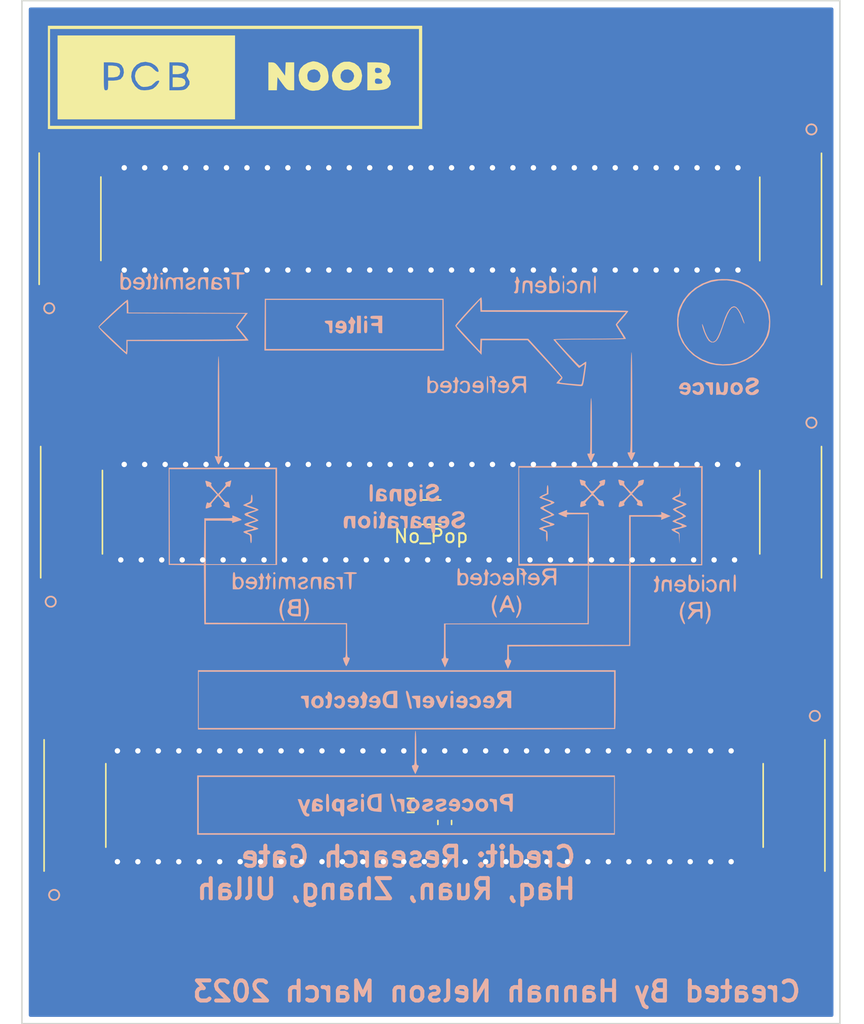
<source format=kicad_pcb>
(kicad_pcb (version 20221018) (generator pcbnew)
  (layers (0 "F.Cu" signal) (31 "B.Cu" signal) (34 "B.Paste" user) (35 "F.Paste" user) (36 "B.SilkS" user "B.Silkscreen") (37 "F.SilkS" user "F.Silkscreen") (38 "B.Mask" user) (39 "F.Mask" user) (44 "Edge.Cuts" user))
  (net 0 "")
  (net 1 "50R")
  (net 2 "GND")
  (net 3 "50R_OpenA")
  (net 4 "50R_OpenB")
  (net 5 "50R_LowpassA")
  (net 6 "50R_LowpassB")
  (footprint "CMFerriteBeadPretty:PCB_Noob" (layer "F.Cu") (at 117.475 56.515)
    (fp_text reference "G***" hide)
    (fp_text value "PCB_Noob" hide)
  )
  (footprint "CMFerriteBeadPretty:SMA" (layer "F.Cu") (at 164.084 110.744 -90)
    (fp_text reference "REF**" hide)
    (fp_text value "SMA" hide)
    (pad "1" smd rect (at 0 5.08 270) (size 1.2 3.7) (layers "F.Cu" "F.Paste" "F.Mask") (net 6 "50R_LowpassB"))
    (pad "3" smd rect (at 2.54 5.08 270) (size 1.2 3.7) (layers "F.Cu" "F.Paste" "F.Mask") (net 2 "GND"))
    (pad "4" smd rect (at -2.54 5.08 270) (size 1.2 3.7) (layers "F.Cu" "F.Paste" "F.Mask") (net 2 "GND"))
    (pad "5" smd rect (at 2.54 5.08 270) (size 1.2 3.7) (layers "B.Cu" "B.Paste" "B.Mask") (net 2 "GND"))
    (pad "GND" smd rect (at -2.54 5.08 270) (size 1.2 3.7) (layers "B.Cu" "B.Paste" "B.Mask") (net 2 "GND"))
  )
  (footprint "CMFerriteBeadPretty:SMA" (layer "F.Cu") (at 100.584 110.744 90)
    (fp_text reference "REF**" hide)
    (fp_text value "SMA" hide)
    (pad "1" smd rect (at 0 5.08 90) (size 1.2 3.7) (layers "F.Cu" "F.Paste" "F.Mask") (net 5 "50R_LowpassA"))
    (pad "3" smd rect (at 2.54 5.08 90) (size 1.2 3.7) (layers "F.Cu" "F.Paste" "F.Mask") (net 2 "GND"))
    (pad "4" smd rect (at -2.54 5.08 90) (size 1.2 3.7) (layers "F.Cu" "F.Paste" "F.Mask") (net 2 "GND"))
    (pad "5" smd rect (at 2.54 5.08 90) (size 1.2 3.7) (layers "B.Cu" "B.Paste" "B.Mask") (net 2 "GND"))
    (pad "GND" smd rect (at -2.54 5.08 90) (size 1.2 3.7) (layers "B.Cu" "B.Paste" "B.Mask") (net 2 "GND"))
  )
  (footprint "CMFerriteBeadPretty:SMA" (layer "F.Cu") (at 163.83 67.056 -90)
    (fp_text reference "REF**" hide)
    (fp_text value "SMA" hide)
    (pad "1" smd rect (at 0 5.08 270) (size 1.2 3.7) (layers "F.Cu" "F.Paste" "F.Mask") (net 1 "50R"))
    (pad "3" smd rect (at 2.54 5.08 270) (size 1.2 3.7) (layers "F.Cu" "F.Paste" "F.Mask") (net 2 "GND"))
    (pad "4" smd rect (at -2.54 5.08 270) (size 1.2 3.7) (layers "F.Cu" "F.Paste" "F.Mask") (net 2 "GND"))
    (pad "5" smd rect (at 2.54 5.08 270) (size 1.2 3.7) (layers "B.Cu" "B.Paste" "B.Mask") (net 2 "GND"))
    (pad "GND" smd rect (at -2.54 5.08 270) (size 1.2 3.7) (layers "B.Cu" "B.Paste" "B.Mask") (net 2 "GND"))
  )
  (footprint "Resistor_SMD:R_1206_3216Metric" (layer "F.Cu") (at 132.08 88.9)
    (fp_text reference "No_Pop" (at 0 1.778) (layer "F.SilkS"))
    (fp_text value "No_Pop")
    (pad "1" smd roundrect (at -1.4625 0) (size 1.125 1.75) (layers "F.Cu" "F.Paste" "F.Mask") (roundrect_rratio 0.222222) (net 3 "50R_OpenA"))
    (pad "2" smd roundrect (at 1.4625 0) (size 1.125 1.75) (layers "F.Cu" "F.Paste" "F.Mask") (roundrect_rratio 0.222222) (net 4 "50R_OpenB"))
  )
  (footprint "Resistor_SMD:R_0603_1608Metric_Pad0.98x0.95mm_HandSolder" (layer "F.Cu") (at 130.556 110.744)
    (fp_text reference "REF**" hide)
    (fp_text value "R12")
    (pad "1" smd roundrect (at -0.9125 0) (size 0.975 0.95) (layers "F.Cu" "F.Paste" "F.Mask") (net 5 "50R_LowpassA"))
    (pad "2" smd roundrect (at 0.9125 0) (size 0.975 0.95) (layers "F.Cu" "F.Paste" "F.Mask") (net 6 "50R_LowpassB"))
  )
  (footprint "CMFerriteBeadPretty:SMA" (layer "F.Cu") (at 163.83 88.9 -90)
    (fp_text reference "REF**" hide)
    (fp_text value "SMA" hide)
    (pad "1" smd rect (at 0 5.08 270) (size 1.2 3.7) (layers "F.Cu" "F.Paste" "F.Mask") (net 4 "50R_OpenB"))
    (pad "3" smd rect (at 2.54 5.08 270) (size 1.2 3.7) (layers "F.Cu" "F.Paste" "F.Mask") (net 2 "GND"))
    (pad "4" smd rect (at -2.54 5.08 270) (size 1.2 3.7) (layers "F.Cu" "F.Paste" "F.Mask") (net 2 "GND"))
    (pad "5" smd rect (at 2.54 5.08 270) (size 1.2 3.7) (layers "B.Cu" "B.Paste" "B.Mask") (net 2 "GND"))
    (pad "GND" smd rect (at -2.54 5.08 270) (size 1.2 3.7) (layers "B.Cu" "B.Paste" "B.Mask") (net 2 "GND"))
  )
  (footprint "Capacitor_SMD:C_0603_1608Metric_Pad1.08x0.95mm_HandSolder" (layer "F.Cu") (at 133.096 112.014 90)
    (fp_text reference "REF**" hide)
    (fp_text value "C_0603")
    (pad "1" smd roundrect (at -0.8625 0 90) (size 1.075 0.95) (layers "F.Cu" "F.Paste" "F.Mask") (net 2 "GND"))
    (pad "2" smd roundrect (at 0.8625 0 90) (size 1.075 0.95) (layers "F.Cu" "F.Paste" "F.Mask") (net 6 "50R_LowpassB"))
  )
  (footprint "CMFerriteBeadPretty:SMA" (layer "F.Cu") (at 100.2157 67.0433 90)
    (fp_text reference "REF**" hide)
    (fp_text value "SMA" hide)
    (pad "1" smd rect (at 0 5.08 90) (size 1.2 3.7) (layers "F.Cu" "F.Paste" "F.Mask") (net 1 "50R"))
    (pad "3" smd rect (at 2.54 5.08 90) (size 1.2 3.7) (layers "F.Cu" "F.Paste" "F.Mask") (net 2 "GND"))
    (pad "4" smd rect (at -2.54 5.08 90) (size 1.2 3.7) (layers "F.Cu" "F.Paste" "F.Mask") (net 2 "GND"))
    (pad "5" smd rect (at 2.54 5.08 90) (size 1.2 3.7) (layers "B.Cu" "B.Paste" "B.Mask") (net 2 "GND"))
    (pad "GND" smd rect (at -2.54 5.08 90) (size 1.2 3.7) (layers "B.Cu" "B.Paste" "B.Mask") (net 2 "GND"))
  )
  (footprint "CMFerriteBeadPretty:SMA" (layer "F.Cu") (at 100.33 88.9 90)
    (fp_text reference "REF**" hide)
    (fp_text value "SMA" hide)
    (pad "1" smd rect (at 0 5.08 90) (size 1.2 3.7) (layers "F.Cu" "F.Paste" "F.Mask") (net 3 "50R_OpenA"))
    (pad "3" smd rect (at 2.54 5.08 90) (size 1.2 3.7) (layers "F.Cu" "F.Paste" "F.Mask") (net 2 "GND"))
    (pad "4" smd rect (at -2.54 5.08 90) (size 1.2 3.7) (layers "F.Cu" "F.Paste" "F.Mask") (net 2 "GND"))
    (pad "5" smd rect (at 2.54 5.08 90) (size 1.2 3.7) (layers "B.Cu" "B.Paste" "B.Mask") (net 2 "GND"))
    (pad "GND" smd rect (at -2.54 5.08 90) (size 1.2 3.7) (layers "B.Cu" "B.Paste" "B.Mask") (net 2 "GND"))
  )
  (footprint "CMFerriteBeadPretty:VNA" (layer "B.Cu") (at 132.334 91.948 180)
    (fp_text reference "G***" hide)
    (fp_text value "VNA" hide)
  )
  (gr_line (start 162.5344 127) (end 101.6 127) (stroke (width 0.1)) (layer "Edge.Cuts"))
  (gr_line (start 101.6 127) (end 101.6 50.8) (stroke (width 0.1)) (layer "Edge.Cuts"))
  (gr_line (start 101.6 50.8) (end 162.5344 50.8) (stroke (width 0.1)) (layer "Edge.Cuts"))
  (gr_line (start 162.5344 50.8) (end 162.5344 127) (stroke (width 0.1)) (layer "Edge.Cuts"))
  (gr_text "Created By Hannah Nelson March 2023" (at 159.766 125.476) (layer "B.SilkS") (effects (font (size 1.5 1.5) (thickness 0.3) bold) (justify left bottom mirror)))
  (gr_text "Credit: Research Gate\nHaq, Ruan, Zhang, Ullah" (at 143.002 117.856) (layer "B.SilkS") (effects (font (size 1.5 1.5) (thickness 0.3) bold) (justify left bottom mirror)))
  (segment (start 105.3084 67.056) (end 105.2957 67.0433) (width 0.25) (layer "F.Cu") (net 1))
  (segment (start 158.75 67.056) (end 105.3084 67.056) (width 0.635) (layer "F.Cu") (net 1))
  (segment (start 133.096 112.8765) (end 133.096 113.284) (width 0.635) (layer "F.Cu") (net 2))
  (segment (start 133.096 113.284) (end 105.664 113.284) (width 0.635) (layer "F.Cu") (net 2))
  (segment (start 158.75 113.284) (end 133.096 113.284) (width 0.635) (layer "F.Cu") (net 2))
  (via (at 133.096 114.935) (size 0.8) (drill 0.4) (layers "F.Cu" "B.Cu") (net 2))
  (via (at 137.668 114.935) (size 0.8) (drill 0.4) (layers "F.Cu" "B.Cu") (net 2))
  (via (at 119.888 85.344) (size 0.8) (drill 0.4) (layers "F.Cu" "B.Cu") (net 2))
  (via (at 153.162 92.456) (size 0.8) (drill 0.4) (layers "F.Cu" "B.Cu") (net 2))
  (via (at 147.32 63.246) (size 0.8) (drill 0.4) (layers "F.Cu" "B.Cu") (net 2))
  (via (at 109.22 85.344) (size 0.8) (drill 0.4) (layers "F.Cu" "B.Cu") (net 2))
  (via (at 120.904 106.68) (size 0.8) (drill 0.4) (layers "F.Cu" "B.Cu") (net 2))
  (via (at 130.302 92.456) (size 0.8) (drill 0.4) (layers "F.Cu" "B.Cu") (net 2))
  (via (at 142.24 114.935) (size 0.8) (drill 0.4) (layers "F.Cu" "B.Cu") (net 2))
  (via (at 154.94 63.246) (size 0.8) (drill 0.4) (layers "F.Cu" "B.Cu") (net 2))
  (via (at 154.94 70.866) (size 0.8) (drill 0.4) (layers "F.Cu" "B.Cu") (net 2))
  (via (at 127.254 92.456) (size 0.8) (drill 0.4) (layers "F.Cu" "B.Cu") (net 2))
  (via (at 153.416 85.344) (size 0.8) (drill 0.4) (layers "F.Cu" "B.Cu") (net 2))
  (via (at 121.158 92.456) (size 0.8) (drill 0.4) (layers "F.Cu" "B.Cu") (net 2))
  (via (at 116.84 63.246) (size 0.8) (drill 0.4) (layers "F.Cu" "B.Cu") (net 2))
  (via (at 118.11 92.456) (size 0.8) (drill 0.4) (layers "F.Cu" "B.Cu") (net 2))
  (via (at 140.97 92.456) (size 0.8) (drill 0.4) (layers "F.Cu" "B.Cu") (net 2))
  (via (at 127 114.935) (size 0.8) (drill 0.4) (layers "F.Cu" "B.Cu") (net 2))
  (via (at 125.73 92.456) (size 0.8) (drill 0.4) (layers "F.Cu" "B.Cu") (net 2))
  (via (at 130.556 85.344) (size 0.8) (drill 0.4) (layers "F.Cu" "B.Cu") (net 2))
  (via (at 129.032 70.866) (size 0.8) (drill 0.4) (layers "F.Cu" "B.Cu") (net 2))
  (via (at 149.86 114.935) (size 0.8) (drill 0.4) (layers "F.Cu" "B.Cu") (net 2))
  (via (at 134.62 114.935) (size 0.8) (drill 0.4) (layers "F.Cu" "B.Cu") (net 2))
  (via (at 124.206 92.456) (size 0.8) (drill 0.4) (layers "F.Cu" "B.Cu") (net 2))
  (via (at 128.778 92.456) (size 0.8) (drill 0.4) (layers "F.Cu" "B.Cu") (net 2))
  (via (at 150.368 85.344) (size 0.8) (drill 0.4) (layers "F.Cu" "B.Cu") (net 2))
  (via (at 151.892 85.344) (size 0.8) (drill 0.4) (layers "F.Cu" "B.Cu") (net 2))
  (via (at 115.316 85.344) (size 0.8) (drill 0.4) (layers "F.Cu" "B.Cu") (net 2))
  (via (at 145.288 114.935) (size 0.8) (drill 0.4) (layers "F.Cu" "B.Cu") (net 2))
  (via (at 124.46 70.866) (size 0.8) (drill 0.4) (layers "F.Cu" "B.Cu") (net 2))
  (via (at 124.46 85.344) (size 0.8) (drill 0.4) (layers "F.Cu" "B.Cu") (net 2))
  (via (at 122.682 92.456) (size 0.8) (drill 0.4) (layers "F.Cu" "B.Cu") (net 2))
  (via (at 136.398 92.456) (size 0.8) (drill 0.4) (layers "F.Cu" "B.Cu") (net 2))
  (via (at 145.288 106.68) (size 0.8) (drill 0.4) (layers "F.Cu" "B.Cu") (net 2))
  (via (at 139.192 114.935) (size 0.8) (drill 0.4) (layers "F.Cu" "B.Cu") (net 2))
  (via (at 119.888 70.866) (size 0.8) (drill 0.4) (layers "F.Cu" "B.Cu") (net 2))
  (via (at 151.892 63.246) (size 0.8) (drill 0.4) (layers "F.Cu" "B.Cu") (net 2))
  (via (at 154.686 92.456) (size 0.8) (drill 0.4) (layers "F.Cu" "B.Cu") (net 2))
  (via (at 141.224 63.246) (size 0.8) (drill 0.4) (layers "F.Cu" "B.Cu") (net 2))
  (via (at 122.936 63.246) (size 0.8) (drill 0.4) (layers "F.Cu" "B.Cu") (net 2))
  (via (at 148.336 114.935) (size 0.8) (drill 0.4) (layers "F.Cu" "B.Cu") (net 2))
  (via (at 112.268 70.866) (size 0.8) (drill 0.4) (layers "F.Cu" "B.Cu") (net 2))
  (via (at 116.586 92.456) (size 0.8) (drill 0.4) (layers "F.Cu" "B.Cu") (net 2))
  (via (at 148.844 70.866) (size 0.8) (drill 0.4) (layers "F.Cu" "B.Cu") (net 2))
  (via (at 138.176 70.866) (size 0.8) (drill 0.4) (layers "F.Cu" "B.Cu") (net 2))
  (via (at 121.412 85.344) (size 0.8) (drill 0.4) (layers "F.Cu" "B.Cu") (net 2))
  (via (at 119.888 63.246) (size 0.8) (drill 0.4) (layers "F.Cu" "B.Cu") (net 2))
  (via (at 149.86 106.68) (size 0.8) (drill 0.4) (layers "F.Cu" "B.Cu") (net 2))
  (via (at 133.096 106.68) (size 0.8) (drill 0.4) (layers "F.Cu" "B.Cu") (net 2))
  (via (at 147.066 92.456) (size 0.8) (drill 0.4) (layers "F.Cu" "B.Cu") (net 2))
  (via (at 114.808 106.68) (size 0.8) (drill 0.4) (layers "F.Cu" "B.Cu") (net 2))
  (via (at 109.22 63.246) (size 0.8) (drill 0.4) (layers "F.Cu" "B.Cu") (net 2))
  (via (at 121.412 63.246) (size 0.8) (drill 0.4) (layers "F.Cu" "B.Cu") (net 2))
  (via (at 139.192 106.68) (size 0.8) (drill 0.4) (layers "F.Cu" "B.Cu") (net 2))
  (via (at 136.652 63.246) (size 0.8) (drill 0.4) (layers "F.Cu" "B.Cu") (net 2))
  (via (at 150.368 63.246) (size 0.8) (drill 0.4) (layers "F.Cu" "B.Cu") (net 2))
  (via (at 133.35 92.456) (size 0.8) (drill 0.4) (layers "F.Cu" "B.Cu") (net 2))
  (via (at 115.316 70.866) (size 0.8) (drill 0.4) (layers "F.Cu" "B.Cu") (net 2))
  (via (at 154.94 85.344) (size 0.8) (drill 0.4) (layers "F.Cu" "B.Cu") (net 2))
  (via (at 119.38 106.68) (size 0.8) (drill 0.4) (layers "F.Cu" "B.Cu") (net 2))
  (via (at 129.032 63.246) (size 0.8) (drill 0.4) (layers "F.Cu" "B.Cu") (net 2))
  (via (at 125.476 106.68) (size 0.8) (drill 0.4) (layers "F.Cu" "B.Cu") (net 2))
  (via (at 117.856 114.935) (size 0.8) (drill 0.4) (layers "F.Cu" "B.Cu") (net 2))
  (via (at 118.364 70.866) (size 0.8) (drill 0.4) (layers "F.Cu" "B.Cu") (net 2))
  (via (at 144.272 63.246) (size 0.8) (drill 0.4) (layers "F.Cu" "B.Cu") (net 2))
  (via (at 154.432 114.935) (size 0.8) (drill 0.4) (layers "F.Cu" "B.Cu") (net 2))
  (via (at 130.048 114.935) (size 0.8) (drill 0.4) (layers "F.Cu" "B.Cu") (net 2))
  (via (at 108.966 92.456) (size 0.8) (drill 0.4) (layers "F.Cu" "B.Cu") (net 2))
  (via (at 136.652 70.866) (size 0.8) (drill 0.4) (layers "F.Cu" "B.Cu") (net 2))
  (via (at 125.984 63.246) (size 0.8) (drill 0.4) (layers "F.Cu" "B.Cu") (net 2))
  (via (at 154.432 106.68) (size 0.8) (drill 0.4) (layers "F.Cu" "B.Cu") (net 2))
  (via (at 144.272 85.344) (size 0.8) (drill 0.4) (layers "F.Cu" "B.Cu") (net 2))
  (via (at 133.604 70.866) (size 0.8) (drill 0.4) (layers "F.Cu" "B.Cu") (net 2))
  (via (at 148.844 63.246) (size 0.8) (drill 0.4) (layers "F.Cu" "B.Cu") (net 2))
  (via (at 152.908 106.68) (size 0.8) (drill 0.4) (layers "F.Cu" "B.Cu") (net 2))
  (via (at 139.7 63.246) (size 0.8) (drill 0.4) (layers "F.Cu" "B.Cu") (net 2))
  (via (at 148.336 106.68) (size 0.8) (drill 0.4) (layers "F.Cu" "B.Cu") (net 2))
  (via (at 123.952 114.935) (size 0.8) (drill 0.4) (layers "F.Cu" "B.Cu") (net 2))
  (via (at 145.796 63.246) (size 0.8) (drill 0.4) (layers "F.Cu" "B.Cu") (net 2))
  (via (at 119.634 92.456) (size 0.8) (drill 0.4) (layers "F.Cu" "B.Cu") (net 2))
  (via (at 110.744 63.246) (size 0.8) (drill 0.4) (layers "F.Cu" "B.Cu") (net 2))
  (via (at 108.712 106.68) (size 0.8) (drill 0.4) (layers "F.Cu" "B.Cu") (net 2))
  (via (at 141.224 85.344) (size 0.8) (drill 0.4) (layers "F.Cu" "B.Cu") (net 2))
  (via (at 150.114 92.456) (size 0.8) (drill 0.4) (layers "F.Cu" "B.Cu") (net 2))
  (via (at 116.84 70.866) (size 0.8) (drill 0.4) (layers "F.Cu" "B.Cu") (net 2))
  (via (at 111.76 106.68) (size 0.8) (drill 0.4) (layers "F.Cu" "B.Cu") (net 2))
  (via (at 133.604 63.246) (size 0.8) (drill 0.4) (layers "F.Cu" "B.Cu") (net 2))
  (via (at 118.364 63.246) (size 0.8) (drill 0.4) (layers "F.Cu" "B.Cu") (net 2))
  (via (at 135.128 85.344) (size 0.8) (drill 0.4) (layers "F.Cu" "B.Cu") (net 2))
  (via (at 125.984 70.866) (size 0.8) (drill 0.4) (layers "F.Cu" "B.Cu") (net 2))
  (via (at 127.508 85.344) (size 0.8) (drill 0.4) (layers "F.Cu" "B.Cu") (net 2))
  (via (at 122.936 70.866) (size 0.8) (drill 0.4) (layers "F.Cu" "B.Cu") (net 2))
  (via (at 143.764 106.68) (size 0.8) (drill 0.4) (layers "F.Cu" "B.Cu") (net 2))
  (via (at 135.128 63.246) (size 0.8) (drill 0.4) (layers "F.Cu" "B.Cu") (net 2))
  (via (at 141.224 70.866) (size 0.8) (drill 0.4) (layers "F.Cu" "B.Cu") (net 2))
  (via (at 113.792 70.866) (size 0.8) (drill 0.4) (layers "F.Cu" "B.Cu") (net 2))
  (via (at 131.826 92.456) (size 0.8) (drill 0.4) (layers "F.Cu" "B.Cu") (net 2))
  (via (at 140.716 106.68) (size 0.8) (drill 0.4) (layers "F.Cu" "B.Cu") (net 2))
  (via (at 113.792 63.246) (size 0.8) (drill 0.4) (layers "F.Cu" "B.Cu") (net 2))
  (via (at 122.936 85.344) (size 0.8) (drill 0.4) (layers "F.Cu" "B.Cu") (net 2))
  (via (at 147.32 70.866) (size 0.8) (drill 0.4) (layers "F.Cu" "B.Cu") (net 2))
  (via (at 110.744 85.344) (size 0.8) (drill 0.4) (layers "F.Cu" "B.Cu") (net 2))
  (via (at 118.364 85.344) (size 0.8) (drill 0.4) (layers "F.Cu" "B.Cu") (net 2))
  (via (at 146.812 106.68) (size 0.8) (drill 0.4) (layers "F.Cu" "B.Cu") (net 2))
  (via (at 136.144 114.935) (size 0.8) (drill 0.4) (layers "F.Cu" "B.Cu") (net 2))
  (via (at 131.572 106.68) (size 0.8) (drill 0.4) (layers "F.Cu" "B.Cu") (net 2))
  (via (at 113.284 114.935) (size 0.8) (drill 0.4) (layers "F.Cu" "B.Cu") (net 2))
  (via (at 125.984 85.344) (size 0.8) (drill 0.4) (layers "F.Cu" "B.Cu") (net 2))
  (via (at 146.812 114.935) (size 0.8) (drill 0.4) (layers "F.Cu" "B.Cu") (net 2))
  (via (at 128.524 114.935) (size 0.8) (drill 0.4) (layers "F.Cu" "B.Cu") (net 2))
  (via (at 130.048 106.68) (size 0.8) (drill 0.4) (layers "F.Cu" "B.Cu") (net 2))
  (via (at 113.284 106.68) (size 0.8) (drill 0.4) (layers "F.Cu" "B.Cu") (net 2))
  (via (at 152.908 114.935) (size 0.8) (drill 0.4) (layers "F.Cu" "B.Cu") (net 2))
  (via (at 115.316 63.246) (size 0.8) (drill 0.4) (layers "F.Cu" "B.Cu") (net 2))
  (via (at 139.446 92.456) (size 0.8) (drill 0.4) (layers "F.Cu" "B.Cu") (net 2))
  (via (at 139.7 85.344) (size 0.8) (drill 0.4) (layers "F.Cu" "B.Cu") (net 2))
  (via (at 133.604 85.344) (size 0.8) (drill 0.4) (layers "F.Cu" "B.Cu") (net 2))
  (via (at 137.922 92.456) (size 0.8) (drill 0.4) (layers "F.Cu" "B.Cu") (net 2))
  (via (at 130.556 70.866) (size 0.8) (drill 0.4) (layers "F.Cu" "B.Cu") (net 2))
  (via (at 135.128 70.866) (size 0.8) (drill 0.4) (layers "F.Cu" "B.Cu") (net 2))
  (via (at 112.014 92.456) (size 0.8) (drill 0.4) (layers "F.Cu" "B.Cu") (net 2))
  (via (at 114.808 114.935) (size 0.8) (drill 0.4) (layers "F.Cu" "B.Cu") (net 2))
  (via (at 142.748 63.246) (size 0.8) (drill 0.4) (layers "F.Cu" "B.Cu") (net 2))
  (via (at 138.176 63.246) (size 0.8) (drill 0.4) (layers "F.Cu" "B.Cu") (net 2))
  (via (at 142.24 106.68) (size 0.8) (drill 0.4) (layers "F.Cu" "B.Cu") (net 2))
  (via (at 112.268 85.344) (size 0.8) (drill 0.4) (layers "F.Cu" "B.Cu") (net 2))
  (via (at 113.538 92.456) (size 0.8) (drill 0.4) (layers "F.Cu" "B.Cu") (net 2))
  (via (at 116.332 106.68) (size 0.8) (drill 0.4) (layers "F.Cu" "B.Cu") (net 2))
  (via (at 151.892 70.866) (size 0.8) (drill 0.4) (layers "F.Cu" "B.Cu") (net 2))
  (via (at 132.08 85.344) (size 0.8) (drill 0.4) (layers "F.Cu" "B.Cu") (net 2))
  (via (at 131.572 114.935) (size 0.8) (drill 0.4) (layers "F.Cu" "B.Cu") (net 2))
  (via (at 127.508 63.246) (size 0.8) (drill 0.4) (layers "F.Cu" "B.Cu") (net 2))
  (via (at 123.952 106.68) (size 0.8) (drill 0.4) (layers "F.Cu" "B.Cu") (net 2))
  (via (at 148.59 92.456) (size 0.8) (drill 0.4) (layers "F.Cu" "B.Cu") (net 2))
  (via (at 110.236 114.935) (size 0.8) (drill 0.4) (layers "F.Cu" "B.Cu") (net 2))
  (via (at 115.062 92.456) (size 0.8) (drill 0.4) (layers "F.Cu" "B.Cu") (net 2))
  (via (at 111.76 114.935) (size 0.8) (drill 0.4) (layers "F.Cu" "B.Cu") (net 2))
  (via (at 132.08 70.866) (size 0.8) (drill 0.4) (layers "F.Cu" "B.Cu") (net 2))
  (via (at 151.638 92.456) (size 0.8) (drill 0.4) (layers "F.Cu" "B.Cu") (net 2))
  (via (at 147.32 85.344) (size 0.8) (drill 0.4) (layers "F.Cu" "B.Cu") (net 2))
  (via (at 153.416 70.866) (size 0.8) (drill 0.4) (layers "F.Cu" "B.Cu") (net 2))
  (via (at 144.018 92.456) (size 0.8) (drill 0.4) (layers "F.Cu" "B.Cu") (net 2))
  (via (at 151.384 114.935) (size 0.8) (drill 0.4) (layers "F.Cu" "B.Cu") (net 2))
  (via (at 130.556 63.246) (size 0.8) (drill 0.4) (layers "F.Cu" "B.Cu") (net 2))
  (via (at 142.494 92.456) (size 0.8) (drill 0.4) (layers "F.Cu" "B.Cu") (net 2))
  (via (at 121.412 70.866) (size 0.8) (drill 0.4) (layers "F.Cu" "B.Cu") (net 2))
  (via (at 110.49 92.456) (size 0.8) (drill 0.4) (layers "F.Cu" "B.Cu") (net 2))
  (via (at 151.384 106.68) (size 0.8) (drill 0.4) (layers "F.Cu" "B.Cu") (net 2))
  (via (at 150.368 70.866) (size 0.8) (drill 0.4) (layers "F.Cu" "B.Cu") (net 2))
  (via (at 148.844 85.344) (size 0.8) (drill 0.4) (layers "F.Cu" "B.Cu") (net 2))
  (via (at 137.668 106.68) (size 0.8) (drill 0.4) (layers "F.Cu" "B.Cu") (net 2))
  (via (at 128.524 106.68) (size 0.8) (drill 0.4) (layers "F.Cu" "B.Cu") (net 2))
  (via (at 125.476 114.935) (size 0.8) (drill 0.4) (layers "F.Cu" "B.Cu") (net 2))
  (via (at 116.332 114.935) (size 0.8) (drill 0.4) (layers "F.Cu" "B.Cu") (net 2))
  (via (at 108.712 114.935) (size 0.8) (drill 0.4) (layers "F.Cu" "B.Cu") (net 2))
  (via (at 127.508 70.866) (size 0.8) (drill 0.4) (layers "F.Cu" "B.Cu") (net 2))
  (via (at 120.904 114.935) (size 0.8) (drill 0.4) (layers "F.Cu" "B.Cu") (net 2))
  (via (at 122.428 106.68) (size 0.8) (drill 0.4) (layers "F.Cu" "B.Cu") (net 2))
  (via (at 143.764 114.935) (size 0.8) (drill 0.4) (layers "F.Cu" "B.Cu") (net 2))
  (via (at 134.62 106.68) (size 0.8) (drill 0.4) (layers "F.Cu" "B.Cu") (net 2))
  (via (at 127 106.68) (size 0.8) (drill 0.4) (layers "F.Cu" "B.Cu") (net 2))
  (via (at 142.748 85.344) (size 0.8) (drill 0.4) (layers "F.Cu" "B.Cu") (net 2))
  (via (at 145.796 70.866) (size 0.8) (drill 0.4) (layers "F.Cu" "B.Cu") (net 2))
  (via (at 139.7 70.866) (size 0.8) (drill 0.4) (layers "F.Cu" "B.Cu") (net 2))
  (via (at 145.542 92.456) (size 0.8) (drill 0.4) (layers "F.Cu" "B.Cu") (net 2))
  (via (at 142.748 70.866) (size 0.8) (drill 0.4) (layers "F.Cu" "B.Cu") (net 2))
  (via (at 117.856 106.68) (size 0.8) (drill 0.4) (layers "F.Cu" "B.Cu") (net 2))
  (via (at 124.46 63.246) (size 0.8) (drill 0.4) (layers "F.Cu" "B.Cu") (net 2))
  (via (at 134.874 92.456) (size 0.8) (drill 0.4) (layers "F.Cu" "B.Cu") (net 2))
  (via (at 112.268 63.246) (size 0.8) (drill 0.4) (layers "F.Cu" "B.Cu") (net 2))
  (via (at 140.716 114.935) (size 0.8) (drill 0.4) (layers "F.Cu" "B.Cu") (net 2))
  (via (at 136.652 85.344) (size 0.8) (drill 0.4) (layers "F.Cu" "B.Cu") (net 2))
  (via (at 109.22 70.866) (size 0.8) (drill 0.4) (layers "F.Cu" "B.Cu") (net 2))
  (via (at 122.428 114.935) (size 0.8) (drill 0.4) (layers "F.Cu" "B.Cu") (net 2))
  (via (at 113.792 85.344) (size 0.8) (drill 0.4) (layers "F.Cu" "B.Cu") (net 2))
  (via (at 110.236 106.68) (size 0.8) (drill 0.4) (layers "F.Cu" "B.Cu") (net 2))
  (via (at 138.176 85.344) (size 0.8) (drill 0.4) (layers "F.Cu" "B.Cu") (net 2))
  (via (at 129.032 85.344) (size 0.8) (drill 0.4) (layers "F.Cu" "B.Cu") (net 2))
  (via (at 132.08 63.246) (size 0.8) (drill 0.4) (layers "F.Cu" "B.Cu") (net 2))
  (via (at 116.84 85.344) (size 0.8) (drill 0.4) (layers "F.Cu" "B.Cu") (net 2))
  (via (at 110.744 70.866) (size 0.8) (drill 0.4) (layers "F.Cu" "B.Cu") (net 2))
  (via (at 136.144 106.68) (size 0.8) (drill 0.4) (layers "F.Cu" "B.Cu") (net 2))
  (via (at 119.38 114.935) (size 0.8) (drill 0.4) (layers "F.Cu" "B.Cu") (net 2))
  (via (at 153.416 63.246) (size 0.8) (drill 0.4) (layers "F.Cu" "B.Cu") (net 2))
  (via (at 145.796 85.344) (size 0.8) (drill 0.4) (layers "F.Cu" "B.Cu") (net 2))
  (via (at 144.272 70.866) (size 0.8) (drill 0.4) (layers "F.Cu" "B.Cu") (net 2))
  (segment (start 105.41 88.9) (end 130.6175 88.9) (width 0.635) (layer "F.Cu") (net 3))
  (segment (start 158.75 88.9) (end 133.5425 88.9) (width 0.635) (layer "F.Cu") (net 4))
  (segment (start 129.6435 110.744) (end 105.664 110.744) (width 0.635) (layer "F.Cu") (net 5))
  (segment (start 133.096 111.1515) (end 133.096 110.744) (width 0.635) (layer "F.Cu") (net 6))
  (segment (start 133.096 110.744) (end 131.4685 110.744) (width 0.635) (layer "F.Cu") (net 6))
  (segment (start 159.004 110.744) (end 133.096 110.744) (width 0.635) (layer "F.Cu") (net 6))
  (zone (net 2) (net_name "GND") (layer "F.Cu") (priority 2) (connect_pads (clearance 0.5)) (min_thickness 0.25) (fill yes (thermal_gap 0.5) (thermal_bridge_width 0.5))
    (polygon (pts (xy 103.505 113.665) (xy 160.655 113.665) (xy 160.655 126.365) (xy 103.505 126.365)))
  )
  (zone (net 2) (net_name "GND") (layer "F.Cu") (priority 2) (connect_pads (clearance 0.5)) (min_thickness 0.25) (fill yes (thermal_gap 0.5) (thermal_bridge_width 0.5))
    (polygon (pts (xy 103.505 51.435) (xy 160.655 51.435) (xy 160.655 64.135) (xy 103.505 64.135)))
  )
  (zone (net 2) (net_name "GND") (layer "F.Cu") (priority 2) (connect_pads (clearance 0.5)) (min_thickness 0.25) (fill yes (thermal_gap 0.5) (thermal_bridge_width 0.5))
    (polygon (pts (xy 103.505 69.85) (xy 160.655 69.85) (xy 160.655 86.36) (xy 103.505 86.36)))
  )
  (zone (net 2) (net_name "GND") (layer "F.Cu") (priority 2) (connect_pads (clearance 0.5)) (min_thickness 0.25) (fill yes (thermal_gap 0.5) (thermal_bridge_width 0.5))
    (polygon (pts (xy 103.505 91.44) (xy 160.655 91.44) (xy 160.655 107.95) (xy 103.505 107.95)))
  )
  (zone (net 2) (net_name "GND") (layer "B.Cu") (priority 3) (connect_pads (clearance 0.5)) (min_thickness 0.25) (fill yes (thermal_gap 0.5) (thermal_bridge_width 0.5))
    (polygon (pts (xy 102.108 126.492) (xy 162.052 126.492) (xy 162.052 51.308) (xy 102.108 51.308)))
  )
)
</source>
